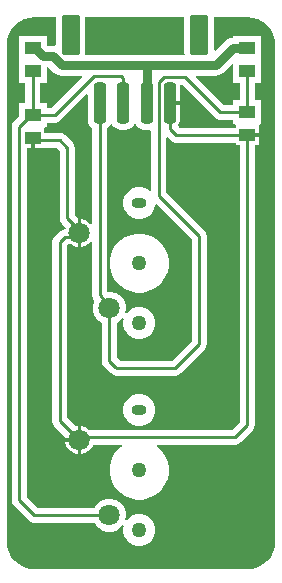
<source format=gbr>
G04*
G04 #@! TF.GenerationSoftware,Altium Limited,Altium Designer,23.0.1 (38)*
G04*
G04 Layer_Physical_Order=1*
G04 Layer_Color=255*
%FSLAX25Y25*%
%MOIN*%
G70*
G04*
G04 #@! TF.SameCoordinates,1BC4FD92-A1BF-4EFC-BBB9-C4C69C01024F*
G04*
G04*
G04 #@! TF.FilePolarity,Positive*
G04*
G01*
G75*
%ADD10C,0.01000*%
G04:AMPARAMS|DCode=15|XSize=39.37mil|YSize=137.8mil|CornerRadius=9.84mil|HoleSize=0mil|Usage=FLASHONLY|Rotation=0.000|XOffset=0mil|YOffset=0mil|HoleType=Round|Shape=RoundedRectangle|*
%AMROUNDEDRECTD15*
21,1,0.03937,0.11811,0,0,0.0*
21,1,0.01968,0.13780,0,0,0.0*
1,1,0.01968,0.00984,-0.05906*
1,1,0.01968,-0.00984,-0.05906*
1,1,0.01968,-0.00984,0.05906*
1,1,0.01968,0.00984,0.05906*
%
%ADD15ROUNDEDRECTD15*%
G04:AMPARAMS|DCode=16|XSize=59.06mil|YSize=133.86mil|CornerRadius=7.38mil|HoleSize=0mil|Usage=FLASHONLY|Rotation=0.000|XOffset=0mil|YOffset=0mil|HoleType=Round|Shape=RoundedRectangle|*
%AMROUNDEDRECTD16*
21,1,0.05906,0.11909,0,0,0.0*
21,1,0.04429,0.13386,0,0,0.0*
1,1,0.01476,0.02215,-0.05955*
1,1,0.01476,-0.02215,-0.05955*
1,1,0.01476,-0.02215,0.05955*
1,1,0.01476,0.02215,0.05955*
%
%ADD16ROUNDEDRECTD16*%
%ADD17R,0.05315X0.04134*%
%ADD24C,0.03000*%
%ADD25O,0.05000X0.03347*%
%ADD26C,0.07087*%
%ADD27C,0.05000*%
G36*
X304314Y247839D02*
X306065Y247308D01*
X307680Y246445D01*
X309095Y245284D01*
X310256Y243869D01*
X311119Y242254D01*
X311650Y240503D01*
X311781Y239179D01*
X311786Y238681D01*
D01*
X311786Y238187D01*
Y73327D01*
X311815Y73181D01*
X311650Y71505D01*
X311119Y69753D01*
X310256Y68139D01*
X309095Y66724D01*
X307680Y65563D01*
X306065Y64700D01*
X304314Y64169D01*
X302990Y64038D01*
X302492Y64033D01*
D01*
X301997Y64033D01*
X231626D01*
X231480Y64004D01*
X229804Y64169D01*
X228053Y64700D01*
X226438Y65563D01*
X225023Y66724D01*
X223862Y68139D01*
X222999Y69753D01*
X222468Y71505D01*
X222303Y73181D01*
X222332Y73327D01*
Y238681D01*
X222303Y238827D01*
X222468Y240503D01*
X222999Y242254D01*
X223862Y243869D01*
X225023Y245284D01*
X226438Y246445D01*
X228053Y247308D01*
X229804Y247839D01*
X231480Y248004D01*
X231626Y247975D01*
X238624D01*
X238642Y247955D01*
Y238785D01*
X238142Y238346D01*
X237672Y238408D01*
X235969D01*
X235626Y238751D01*
Y241874D01*
X226374D01*
Y233803D01*
Y226126D01*
X228483D01*
Y219374D01*
X226374D01*
Y214862D01*
X224720Y213209D01*
X224175Y212392D01*
X223983Y211429D01*
Y87000D01*
X224175Y86037D01*
X224720Y85220D01*
X229720Y80220D01*
X230537Y79675D01*
X231500Y79483D01*
X251589D01*
X252090Y78616D01*
X253116Y77589D01*
X254373Y76864D01*
X255774Y76488D01*
X257226D01*
X258628Y76864D01*
X259884Y77589D01*
X260911Y78616D01*
X260915Y78623D01*
X261381Y78430D01*
X261185Y77700D01*
Y76300D01*
X261547Y74949D01*
X262247Y73737D01*
X263236Y72747D01*
X264448Y72047D01*
X265800Y71685D01*
X267200D01*
X268551Y72047D01*
X269763Y72747D01*
X270753Y73737D01*
X271453Y74949D01*
X271815Y76300D01*
Y77700D01*
X271453Y79052D01*
X270753Y80264D01*
X269763Y81253D01*
X268551Y81953D01*
X267200Y82315D01*
X265800D01*
X264448Y81953D01*
X263236Y81253D01*
X262247Y80264D01*
X261803Y80494D01*
X262012Y81274D01*
Y82726D01*
X261636Y84127D01*
X260911Y85384D01*
X259884Y86410D01*
X258628Y87136D01*
X257226Y87512D01*
X255774D01*
X254373Y87136D01*
X253116Y86410D01*
X252090Y85384D01*
X251589Y84517D01*
X232542D01*
X229017Y88042D01*
Y204413D01*
X230410D01*
Y207661D01*
X231591D01*
Y204413D01*
X234839D01*
Y204483D01*
X238958D01*
X239983Y203457D01*
Y180978D01*
X240175Y180015D01*
X240720Y179198D01*
X242068Y177851D01*
X241939Y177387D01*
X241870D01*
X240907Y177195D01*
X240090Y176650D01*
X238220Y174780D01*
X237675Y173963D01*
X237483Y173000D01*
Y113500D01*
X237675Y112537D01*
X238220Y111720D01*
X241890Y108050D01*
X241776Y107622D01*
Y107591D01*
X245910D01*
Y111724D01*
X245878D01*
X245450Y111610D01*
X242517Y114542D01*
Y171958D01*
X242913Y172353D01*
X243465D01*
X243599Y172220D01*
X244676Y171598D01*
X245878Y171276D01*
X245910D01*
Y176000D01*
Y181128D01*
X245017Y182020D01*
Y204500D01*
X244825Y205463D01*
X244280Y206280D01*
X241780Y208780D01*
X240963Y209325D01*
X240000Y209517D01*
X234839D01*
Y210909D01*
X235095Y211303D01*
X235626D01*
Y212822D01*
X238339D01*
X239302Y213013D01*
X240118Y213559D01*
X248808Y222249D01*
X249270Y222057D01*
Y213457D01*
X249371Y212686D01*
X249669Y211968D01*
X250142Y211351D01*
X250715Y210911D01*
Y179058D01*
X250215Y178966D01*
X249401Y179780D01*
X248323Y180402D01*
X247122Y180724D01*
X247091D01*
Y176000D01*
Y171276D01*
X247122D01*
X248323Y171598D01*
X249401Y172220D01*
X250215Y173034D01*
X250715Y172942D01*
Y155249D01*
X250907Y154286D01*
X251453Y153469D01*
X251521Y153400D01*
X251364Y153128D01*
X250988Y151726D01*
Y150274D01*
X251364Y148872D01*
X252090Y147616D01*
X253116Y146590D01*
X253983Y146089D01*
Y133500D01*
X254175Y132537D01*
X254720Y131720D01*
X256723Y129718D01*
X257220Y129220D01*
X258037Y128675D01*
X259000Y128483D01*
X278500D01*
X279463Y128675D01*
X280280Y129220D01*
X288280Y137220D01*
X288825Y138037D01*
X289017Y139000D01*
Y175000D01*
X288825Y175963D01*
X288280Y176780D01*
X275517Y189542D01*
Y207770D01*
X275979Y207962D01*
X277059Y206882D01*
X277875Y206336D01*
X278839Y206145D01*
X298661D01*
Y205413D01*
X299983D01*
Y113042D01*
X297458Y110517D01*
X249664D01*
X249401Y110781D01*
X248323Y111402D01*
X247122Y111724D01*
X247091D01*
Y107000D01*
Y102276D01*
X247122D01*
X248323Y102598D01*
X249401Y103219D01*
X250280Y104099D01*
X250902Y105176D01*
X250985Y105483D01*
X260661D01*
X260806Y105005D01*
X260241Y104627D01*
X258873Y103259D01*
X257799Y101651D01*
X257058Y99864D01*
X256681Y97967D01*
Y96033D01*
X257058Y94136D01*
X257799Y92349D01*
X258873Y90741D01*
X260241Y89373D01*
X261849Y88299D01*
X263636Y87558D01*
X265533Y87181D01*
X267467D01*
X269364Y87558D01*
X271151Y88299D01*
X272759Y89373D01*
X274127Y90741D01*
X275201Y92349D01*
X275942Y94136D01*
X276319Y96033D01*
Y97967D01*
X275942Y99864D01*
X275201Y101651D01*
X274127Y103259D01*
X272759Y104627D01*
X272194Y105005D01*
X272339Y105483D01*
X298500D01*
X299463Y105675D01*
X300280Y106220D01*
X304280Y110220D01*
X304825Y111037D01*
X305017Y112000D01*
Y205413D01*
X306339D01*
Y208071D01*
X302500D01*
Y209252D01*
X306339D01*
Y211909D01*
X306595Y212303D01*
X307126D01*
Y220374D01*
X305017D01*
Y226126D01*
X307126D01*
Y233803D01*
Y241874D01*
X297874D01*
Y241124D01*
X297625D01*
X296720Y241004D01*
X295876Y240655D01*
X295151Y240099D01*
X291907Y236854D01*
X291445Y237045D01*
Y247955D01*
X291463Y247975D01*
X302492D01*
X302638Y248004D01*
X304314Y247839D01*
D02*
G37*
G36*
X281555Y247955D02*
Y236045D01*
X281578Y235874D01*
X281248Y235498D01*
X248838D01*
X248509Y235874D01*
X248531Y236045D01*
Y247955D01*
X248549Y247975D01*
X281537D01*
X281555Y247955D01*
D02*
G37*
G36*
X297874Y232273D02*
Y226126D01*
X299983D01*
Y220374D01*
X297874D01*
Y218856D01*
X294466D01*
X285282Y228040D01*
X285473Y228502D01*
X292000D01*
X292453Y228561D01*
X292905Y228621D01*
X293749Y228970D01*
X294474Y229526D01*
X297412Y232465D01*
X297874Y232273D01*
D02*
G37*
G36*
X238108Y229526D02*
X238832Y228970D01*
X239676Y228621D01*
X240582Y228502D01*
X247289D01*
X247480Y228040D01*
X237296Y217856D01*
X235626D01*
Y219374D01*
X233517D01*
Y226126D01*
X235626D01*
Y231411D01*
X236223D01*
X238108Y229526D01*
D02*
G37*
G36*
X291644Y214559D02*
X292460Y214013D01*
X293423Y213822D01*
X297874D01*
Y212303D01*
X298405D01*
X298661Y211909D01*
Y211178D01*
X279881D01*
X279607Y211452D01*
X279400Y211896D01*
X279878Y212612D01*
X280046Y213457D01*
Y218772D01*
X276854D01*
Y219953D01*
X280046D01*
Y225268D01*
X280211Y225469D01*
X280718Y225484D01*
X291644Y214559D01*
D02*
G37*
G36*
X265417Y211968D02*
X265890Y211351D01*
X266507Y210877D01*
X267225Y210580D01*
X267996Y210478D01*
X269965D01*
X270107Y210497D01*
X270483Y210168D01*
Y190187D01*
X270021Y189995D01*
X269763Y190253D01*
X268551Y190953D01*
X267200Y191315D01*
X265800D01*
X264448Y190953D01*
X263236Y190253D01*
X262247Y189263D01*
X261547Y188051D01*
X261185Y186700D01*
Y185300D01*
X261547Y183949D01*
X262247Y182737D01*
X263236Y181747D01*
X264448Y181047D01*
X265800Y180685D01*
X267200D01*
X268551Y181047D01*
X269763Y181747D01*
X270753Y182737D01*
X271453Y183949D01*
X271815Y185300D01*
Y185472D01*
X272277Y185664D01*
X283983Y173958D01*
Y140042D01*
X277457Y133517D01*
X260043D01*
X259017Y134543D01*
Y146089D01*
X259884Y146590D01*
X260911Y147616D01*
X260915Y147623D01*
X261381Y147430D01*
X261185Y146700D01*
Y145300D01*
X261547Y143948D01*
X262247Y142737D01*
X263236Y141747D01*
X264448Y141047D01*
X265800Y140685D01*
X267200D01*
X268551Y141047D01*
X269763Y141747D01*
X270753Y142737D01*
X271453Y143948D01*
X271815Y145300D01*
Y146700D01*
X271453Y148052D01*
X270753Y149263D01*
X269763Y150253D01*
X268551Y150953D01*
X267200Y151315D01*
X265800D01*
X264448Y150953D01*
X263236Y150253D01*
X262247Y149264D01*
X261803Y149494D01*
X262012Y150274D01*
Y151726D01*
X261636Y153128D01*
X260911Y154384D01*
X259884Y155411D01*
X258628Y156136D01*
X257226Y156512D01*
X255774D01*
X255749Y156531D01*
Y210911D01*
X256323Y211351D01*
X256796Y211968D01*
X256899Y212216D01*
X257440D01*
X257543Y211968D01*
X258016Y211351D01*
X258633Y210877D01*
X259351Y210580D01*
X260122Y210478D01*
X262090D01*
X262861Y210580D01*
X263580Y210877D01*
X264196Y211351D01*
X264670Y211968D01*
X264773Y212216D01*
X265314D01*
X265417Y211968D01*
D02*
G37*
%LPC*%
G36*
X267200Y122315D02*
X265800D01*
X264448Y121953D01*
X263236Y121253D01*
X262247Y120263D01*
X261547Y119052D01*
X261185Y117700D01*
Y116300D01*
X261547Y114948D01*
X262247Y113737D01*
X263236Y112747D01*
X264448Y112047D01*
X265800Y111685D01*
X267200D01*
X268551Y112047D01*
X269763Y112747D01*
X270753Y113737D01*
X271453Y114948D01*
X271815Y116300D01*
Y117700D01*
X271453Y119052D01*
X270753Y120263D01*
X269763Y121253D01*
X268551Y121953D01*
X267200Y122315D01*
D02*
G37*
G36*
X245910Y106409D02*
X241776D01*
Y106378D01*
X242098Y105176D01*
X242720Y104099D01*
X243599Y103219D01*
X244676Y102598D01*
X245878Y102276D01*
X245910D01*
Y106409D01*
D02*
G37*
G36*
X267467Y175819D02*
X265533D01*
X263636Y175442D01*
X261849Y174701D01*
X260241Y173627D01*
X258873Y172259D01*
X257799Y170651D01*
X257058Y168864D01*
X256681Y166967D01*
Y165033D01*
X257058Y163136D01*
X257799Y161349D01*
X258873Y159741D01*
X260241Y158373D01*
X261849Y157299D01*
X263636Y156558D01*
X265533Y156181D01*
X267467D01*
X269364Y156558D01*
X271151Y157299D01*
X272759Y158373D01*
X274127Y159741D01*
X275201Y161349D01*
X275942Y163136D01*
X276319Y165033D01*
Y166967D01*
X275942Y168864D01*
X275201Y170651D01*
X274127Y172259D01*
X272759Y173627D01*
X271151Y174701D01*
X269364Y175442D01*
X267467Y175819D01*
D02*
G37*
%LPD*%
D10*
X273000Y188500D02*
X286500Y175000D01*
Y139000D02*
Y175000D01*
X273000Y188500D02*
Y226295D01*
X278500Y131000D02*
X286500Y139000D01*
X247500Y108000D02*
X298500D01*
X302500Y112000D02*
Y208661D01*
X298500Y108000D02*
X302500Y112000D01*
X246500Y107000D02*
X247500Y108000D01*
X278839Y208661D02*
X302500D01*
X231661Y207000D02*
X240000D01*
X242500Y180978D02*
Y204500D01*
X240000Y207000D02*
X242500Y204500D01*
X261106Y219362D02*
Y227808D01*
X260414Y228500D02*
X261106Y227808D01*
X238339Y215339D02*
X251500Y228500D01*
X231000Y230161D02*
X231591D01*
X251500Y228500D02*
X260414D01*
X274728Y228024D02*
X281738D01*
X293423Y216339D01*
X273000Y226295D02*
X274728Y228024D01*
X226500Y87000D02*
X231500Y82000D01*
X226500Y211429D02*
X230410Y215339D01*
X226500Y87000D02*
Y211429D01*
X276854Y210646D02*
Y219362D01*
Y210646D02*
X278839Y208661D01*
X293423Y216339D02*
X302500D01*
X253232Y155249D02*
Y219362D01*
Y155249D02*
X256500Y151981D01*
Y151000D02*
Y151981D01*
X231500Y82000D02*
X256500D01*
X230410Y215339D02*
X231000D01*
X240000Y113500D02*
X246500Y107000D01*
X231000Y215339D02*
X238339D01*
X245370Y174870D02*
X246500Y176000D01*
X241870Y174870D02*
X245370D01*
X240000Y173000D02*
X241870Y174870D01*
X240000Y113500D02*
Y173000D01*
X256500Y133500D02*
Y151000D01*
X258503Y131498D02*
X259000Y131000D01*
X256500Y133500D02*
X258503Y131498D01*
X259000Y131000D02*
X278500D01*
X302500Y216339D02*
Y230161D01*
X246500Y176000D02*
Y176978D01*
X242500Y180978D02*
X246500Y176978D01*
X231000Y207661D02*
X231661Y207000D01*
X231000Y215339D02*
Y230161D01*
D15*
X253232Y219362D02*
D03*
X261106D02*
D03*
X268980D02*
D03*
X276854D02*
D03*
D16*
X243587Y242000D02*
D03*
X286500D02*
D03*
D17*
X231000Y207661D02*
D03*
Y215339D02*
D03*
Y230161D02*
D03*
Y237839D02*
D03*
X302500Y208661D02*
D03*
Y216339D02*
D03*
Y230161D02*
D03*
Y237839D02*
D03*
D24*
X237672Y234910D02*
X240582Y232000D01*
X232157Y237272D02*
X234520Y234910D01*
X240582Y232000D02*
X268928D01*
X231000Y237839D02*
X231567Y237272D01*
X232157D01*
X234520Y234910D02*
X237672D01*
X292000Y232000D02*
X297625Y237625D01*
X302287D02*
X302500Y237839D01*
X268928Y232000D02*
X292000D01*
X297625Y237625D02*
X302287D01*
X268928Y219415D02*
Y232000D01*
D25*
X266500Y117000D02*
D03*
Y186000D02*
D03*
D26*
X246500Y107000D02*
D03*
X256500Y82000D02*
D03*
X246500Y176000D02*
D03*
X256500Y151000D02*
D03*
D27*
X266500Y77000D02*
D03*
Y97000D02*
D03*
Y146000D02*
D03*
Y166000D02*
D03*
M02*

</source>
